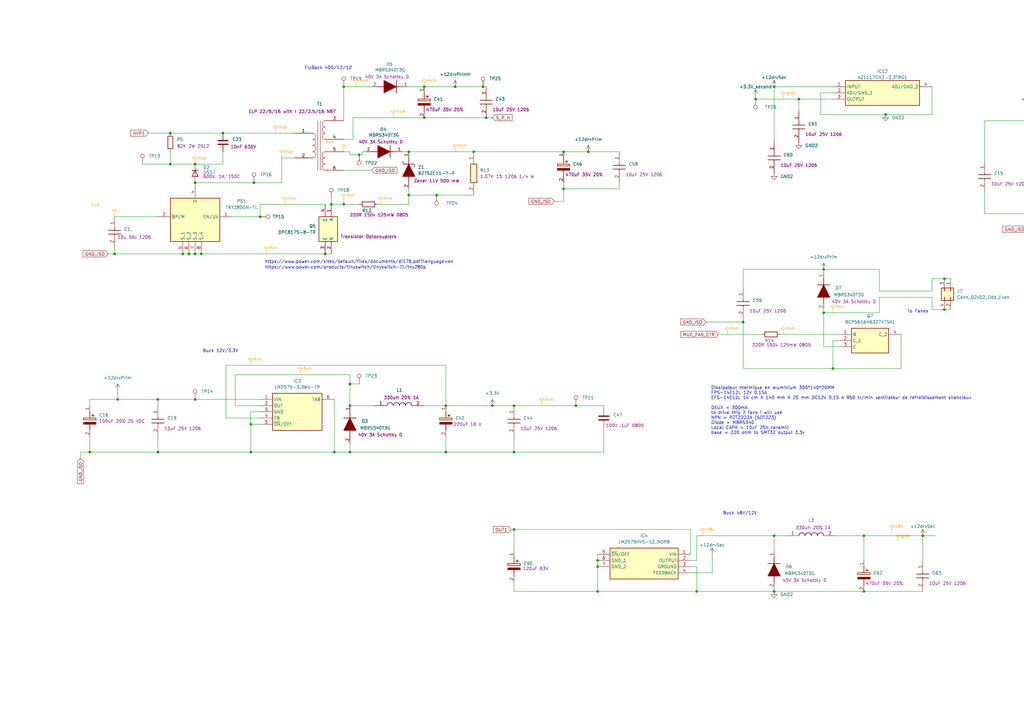
<source format=kicad_sch>
(kicad_sch (version 20250114) (generator "eeschema") (generator_version "9.0")
  (paper "A3")
  (text "Buck 12V/3.3V" (at 90.424 144.018 0) (effects (font (size 1.27 1.27))))
  (text "To Fanes\n" (at 376.428 127.762 0) (effects (font (size 1.27 1.27))))
  (text "Buck 48V/12V" (at 303.53 210.566 0) (effects (font (size 1.27 1.27))))
  (text "https://www.power.com/sites/default/files/documents/di176.pdf?language=en" (at 147.32 107.442 0) (effects (font (size 1.27 1.27))))
  (text "Dissipateur thermique en aluminium 300*140*20MM\nFPS-14E12L 12V 0.15A \nEFS-14E12L 14 cm X 140 mm X 25 mm DC12V 0,15 A 950 tr/min ventilateur de refroidissement silencieux\n\nDEUX = 300mA \nto drive this 2 fans i will use \nNPN = PZT2222A (SOT223)\nDiode = MBRS340\nLocal CAPA = 10uF 25V ceramic \nbase = 220 ohm to SMT32 output 3.3v " (at 291.592 168.402 0) (effects (font (size 1.27 1.27)) (justify left)))
  (text "https://www.power.com/products/tinyswitch/tinyswitch-iii/tny280p" (at 141.732 109.728 0) (effects (font (size 1.27 1.27))))
  (text "FlyBack 400/12/12" (at 134.62 27.94 0) (effects (font (size 1.27 1.27))))
  (junction (at 102.87 173.99))
  (junction (at 80.01 104.14))
  (junction (at 173.99 35.56))
  (junction (at 378.46 219.71))
  (junction (at 137.16 185.42))
  (junction (at 387.35 127))
  (junction (at 82.55 104.14))
  (junction (at 231.14 62.23))
  (junction (at 245.11 232.41))
  (junction (at 69.85 67.31))
  (junction (at 133.35 104.14))
  (junction (at 317.5 35.56))
  (junction (at 106.68 88.9))
  (junction (at 421.64 87.63))
  (junction (at 341.63 151.13))
  (junction (at 210.82 185.42))
  (junction (at 48.26 163.83))
  (junction (at 135.89 83.82))
  (junction (at 421.64 49.53))
  (junction (at 147.32 63.5))
  (junction (at 317.5 219.71))
  (junction (at 186.69 35.56))
  (junction (at 363.22 46.99))
  (junction (at 245.11 242.57))
  (junction (at 143.51 166.37))
  (junction (at 486.41 91.44))
  (junction (at 210.82 166.37))
  (junction (at 167.64 80.01))
  (junction (at 241.3 62.23))
  (junction (at 80.01 74.93))
  (junction (at 80.01 163.83))
  (junction (at 194.31 62.23))
  (junction (at 179.07 80.01))
  (junction (at 421.64 91.44))
  (junction (at 199.39 48.26))
  (junction (at 143.51 185.42))
  (junction (at 337.82 110.49))
  (junction (at 182.88 185.42))
  (junction (at 77.47 104.14))
  (junction (at 486.41 73.66))
  (junction (at 210.82 217.17))
  (junction (at 104.14 74.93))
  (junction (at 201.93 166.37))
  (junction (at 354.33 219.71))
  (junction (at 91.44 54.61))
  (junction (at 387.35 114.3))
  (junction (at 317.5 242.57))
  (junction (at 421.64 60.96))
  (junction (at 102.87 185.42))
  (junction (at 74.93 104.14))
  (junction (at 231.14 77.47))
  (junction (at 327.66 40.64))
  (junction (at 182.88 166.37))
  (junction (at 64.77 163.83))
  (junction (at 80.01 67.31))
  (junction (at 167.64 62.23))
  (junction (at 198.12 35.56))
  (junction (at 245.11 229.87))
  (junction (at 449.58 60.96))
  (junction (at 337.82 128.27))
  (junction (at 46.99 104.14))
  (junction (at 309.88 40.64))
  (junction (at 36.83 185.42))
  (junction (at 143.51 157.48))
  (junction (at 140.97 35.56))
  (junction (at 304.8 132.08))
  (junction (at 173.99 48.26))
  (junction (at 64.77 185.42))
  (junction (at 236.22 166.37))
  (junction (at 285.75 242.57))
  (junction (at 69.85 54.61))
  (junction (at 354.33 242.57))
  (junction (at 140.97 83.82))
  (wire (pts (xy 317.5 219.71) (xy 317.5 226.06)))
  (wire (pts (xy 167.64 80.01) (xy 167.64 77.47)))
  (wire (pts (xy 304.8 132.08) (xy 289.56 132.08)))
  (wire (pts (xy 148.59 62.23) (xy 148.59 63.5)))
  (wire (pts (xy 254 77.47) (xy 231.14 77.47)))
  (wire (pts (xy 64.77 185.42) (xy 64.77 179.07)))
  (wire (pts (xy 102.87 168.91) (xy 106.68 168.91)))
  (wire (pts (xy 209.55 217.17) (xy 210.82 217.17)))
  (wire (pts (xy 91.44 62.23) (xy 91.44 67.31)))
  (wire (pts (xy 36.83 163.83) (xy 48.26 163.83)))
  (wire (pts (xy 96.52 153.67) (xy 143.51 153.67)))
  (wire (pts (xy 179.07 80.01) (xy 167.64 80.01)))
  (wire (pts (xy 64.77 163.83) (xy 64.77 166.37)))
  (wire (pts (xy 91.44 54.61) (xy 120.65 54.61)))
  (wire (pts (xy 304.8 130.81) (xy 304.8 132.08)))
  (wire (pts (xy 403.86 87.63) (xy 421.64 87.63)))
  (wire (pts (xy 389.89 114.3) (xy 387.35 114.3)))
  (wire (pts (xy 179.07 80.01) (xy 194.31 80.01)))
  (wire (pts (xy 210.82 185.42) (xy 210.82 179.07)))
  (wire (pts (xy 285.75 229.87) (xy 283.21 229.87)))
  (wire (pts (xy 60.96 54.61) (xy 69.85 54.61)))
  (wire (pts (xy 144.78 57.15) (xy 144.78 48.26)))
  (wire (pts (xy 360.68 121.92) (xy 382.27 121.92)))
  (wire (pts (xy 382.27 121.92) (xy 382.27 127)))
  (wire (pts (xy 449.58 60.96) (xy 421.64 60.96)))
  (wire (pts (xy 382.27 127) (xy 387.35 127)))
  (wire (pts (xy 143.51 181.61) (xy 143.51 185.42)))
  (wire (pts (xy 317.5 242.57) (xy 354.33 242.57)))
  (wire (pts (xy 421.64 49.53) (xy 421.64 50.8)))
  (wire (pts (xy 210.82 166.37) (xy 236.22 166.37)))
  (wire (pts (xy 449.58 60.96) (xy 486.41 60.96)))
  (wire (pts (xy 421.64 93.98) (xy 421.64 91.44)))
  (wire (pts (xy 254 74.93) (xy 254 77.47)))
  (wire (pts (xy 210.82 217.17) (xy 283.21 217.17)))
  (wire (pts (xy 140.97 35.56) (xy 152.4 35.56)))
  (wire (pts (xy 154.94 83.82) (xy 167.64 83.82)))
  (wire (pts (xy 354.33 242.57) (xy 378.46 242.57)))
  (wire (pts (xy 285.75 232.41) (xy 285.75 242.57)))
  (wire (pts (xy 245.11 232.41) (xy 245.11 242.57)))
  (wire (pts (xy 102.87 173.99) (xy 102.87 185.42)))
  (wire (pts (xy 403.86 78.74) (xy 403.86 87.63)))
  (wire (pts (xy 36.83 185.42) (xy 64.77 185.42)))
  (wire (pts (xy 148.59 62.23) (xy 149.86 62.23)))
  (wire (pts (xy 133.35 104.14) (xy 135.89 104.14)))
  (wire (pts (xy 179.07 82.55) (xy 179.07 80.01)))
  (wire (pts (xy 336.55 38.1) (xy 341.63 38.1)))
  (wire (pts (xy 106.68 83.82) (xy 106.68 88.9)))
  (wire (pts (xy 231.14 62.23) (xy 241.3 62.23)))
  (wire (pts (xy 143.51 63.5) (xy 143.51 62.23)))
  (wire (pts (xy 304.8 110.49) (xy 304.8 118.11)))
  (wire (pts (xy 285.75 229.87) (xy 285.75 219.71)))
  (wire (pts (xy 421.64 60.96) (xy 421.64 58.42)))
  (wire (pts (xy 46.99 88.9) (xy 64.77 88.9)))
  (wire (pts (xy 403.86 49.53) (xy 403.86 66.04)))
  (wire (pts (xy 304.8 151.13) (xy 341.63 151.13)))
  (wire (pts (xy 143.51 153.67) (xy 143.51 157.48)))
  (wire (pts (xy 135.89 83.82) (xy 140.97 83.82)))
  (wire (pts (xy 210.82 185.42) (xy 247.65 185.42)))
  (wire (pts (xy 167.64 80.01) (xy 167.64 83.82)))
  (wire (pts (xy 46.99 101.6) (xy 46.99 104.14)))
  (wire (pts (xy 304.8 110.49) (xy 337.82 110.49)))
  (wire (pts (xy 115.57 64.77) (xy 120.65 64.77)))
  (wire (pts (xy 80.01 74.93) (xy 80.01 76.2)))
  (wire (pts (xy 182.88 185.42) (xy 182.88 179.07)))
  (wire (pts (xy 486.41 73.66) (xy 514.35 73.66)))
  (wire (pts (xy 283.21 217.17) (xy 283.21 227.33)))
  (wire (pts (xy 231.14 82.55) (xy 231.14 77.47)))
  (wire (pts (xy 421.64 45.72) (xy 421.64 49.53)))
  (wire (pts (xy 92.71 171.45) (xy 106.68 171.45)))
  (wire (pts (xy 106.68 166.37) (xy 96.52 166.37)))
  (wire (pts (xy 341.63 151.13) (xy 369.57 151.13)))
  (wire (pts (xy 33.02 185.42) (xy 36.83 185.42)))
  (wire (pts (xy 69.85 67.31) (xy 69.85 62.23)))
  (wire (pts (xy 360.68 128.27) (xy 360.68 121.92)))
  (wire (pts (xy 245.11 229.87) (xy 245.11 232.41)))
  (wire (pts (xy 283.21 234.95) (xy 292.1 234.95)))
  (wire (pts (xy 96.52 166.37) (xy 96.52 153.67)))
  (wire (pts (xy 309.88 40.64) (xy 327.66 40.64)))
  (wire (pts (xy 360.68 119.38) (xy 382.27 119.38)))
  (wire (pts (xy 337.82 142.24) (xy 344.17 142.24)))
  (wire (pts (xy 69.85 67.31) (xy 80.01 67.31)))
  (wire (pts (xy 74.93 104.14) (xy 77.47 104.14)))
  (wire (pts (xy 167.64 35.56) (xy 173.99 35.56)))
  (wire (pts (xy 317.5 35.56) (xy 317.5 58.42)))
  (wire (pts (xy 342.9 219.71) (xy 354.33 219.71)))
  (wire (pts (xy 360.68 110.49) (xy 360.68 119.38)))
  (wire (pts (xy 77.47 104.14) (xy 80.01 104.14)))
  (wire (pts (xy 173.99 48.26) (xy 199.39 48.26)))
  (wire (pts (xy 294.64 137.16) (xy 312.42 137.16)))
  (wire (pts (xy 106.68 83.82) (xy 133.35 83.82)))
  (wire (pts (xy 48.26 160.02) (xy 48.26 163.83)))
  (wire (pts (xy 64.77 185.42) (xy 102.87 185.42)))
  (wire (pts (xy 449.58 57.15) (xy 449.58 60.96)))
  (wire (pts (xy 247.65 167.64) (xy 247.65 166.37)))
  (wire (pts (xy 186.69 35.56) (xy 198.12 35.56)))
  (wire (pts (xy 140.97 35.56) (xy 140.97 49.53)))
  (wire (pts (xy 421.64 91.44) (xy 486.41 91.44)))
  (wire (pts (xy 378.46 219.71) (xy 378.46 229.87)))
  (wire (pts (xy 354.33 219.71) (xy 354.33 229.87)))
  (wire (pts (xy 201.93 166.37) (xy 210.82 166.37)))
  (wire (pts (xy 104.14 74.93) (xy 115.57 74.93)))
  (wire (pts (xy 140.97 57.15) (xy 144.78 57.15)))
  (wire (pts (xy 115.57 64.77) (xy 115.57 74.93)))
  (wire (pts (xy 137.16 185.42) (xy 143.51 185.42)))
  (wire (pts (xy 236.22 166.37) (xy 247.65 166.37)))
  (wire (pts (xy 140.97 82.55) (xy 140.97 83.82)))
  (wire (pts (xy 182.88 149.86) (xy 182.88 166.37)))
  (wire (pts (xy 337.82 128.27) (xy 337.82 142.24)))
  (wire (pts (xy 182.88 185.42) (xy 210.82 185.42)))
  (wire (pts (xy 143.51 157.48) (xy 143.51 166.37)))
  (wire (pts (xy 421.64 87.63) (xy 421.64 91.44)))
  (wire (pts (xy 102.87 185.42) (xy 137.16 185.42)))
  (wire (pts (xy 140.97 62.23) (xy 143.51 62.23)))
  (wire (pts (xy 137.16 163.83) (xy 137.16 185.42)))
  (wire (pts (xy 486.41 73.66) (xy 486.41 78.74)))
  (wire (pts (xy 241.3 62.23) (xy 254 62.23)))
  (wire (pts (xy 102.87 168.91) (xy 102.87 173.99)))
  (wire (pts (xy 92.71 149.86) (xy 182.88 149.86)))
  (wire (pts (xy 363.22 46.99) (xy 336.55 46.99)))
  (wire (pts (xy 320.04 137.16) (xy 344.17 137.16)))
  (wire (pts (xy 36.83 185.42) (xy 36.83 179.07)))
  (wire (pts (xy 148.59 63.5) (xy 147.32 63.5)))
  (wire (pts (xy 317.5 35.56) (xy 341.63 35.56)))
  (wire (pts (xy 421.64 60.96) (xy 421.64 74.93)))
  (wire (pts (xy 245.11 242.57) (xy 285.75 242.57)))
  (wire (pts (xy 317.5 219.71) (xy 322.58 219.71)))
  (wire (pts (xy 337.82 110.49) (xy 360.68 110.49)))
  (wire (pts (xy 382.27 114.3) (xy 382.27 119.38)))
  (wire (pts (xy 421.64 49.53) (xy 449.58 49.53)))
  (wire (pts (xy 143.51 157.48) (xy 147.32 157.48)))
  (wire (pts (xy 165.1 62.23) (xy 167.64 62.23)))
  (wire (pts (xy 285.75 219.71) (xy 317.5 219.71)))
  (wire (pts (xy 247.65 175.26) (xy 247.65 185.42)))
  (wire (pts (xy 58.42 67.31) (xy 69.85 67.31)))
  (wire (pts (xy 337.82 110.49) (xy 337.82 111.76)))
  (wire (pts (xy 80.01 67.31) (xy 91.44 67.31)))
  (wire (pts (xy 317.5 241.3) (xy 317.5 242.57)))
  (wire (pts (xy 69.85 54.61) (xy 91.44 54.61)))
  (wire (pts (xy 198.12 35.56) (xy 199.39 35.56)))
  (wire (pts (xy 231.14 77.47) (xy 231.14 74.93)))
  (wire (pts (xy 369.57 137.16) (xy 369.57 151.13)))
  (wire (pts (xy 327.66 40.64) (xy 327.66 45.72)))
  (wire (pts (xy 425.45 74.93) (xy 421.64 74.93)))
  (wire (pts (xy 135.89 81.28) (xy 135.89 83.82)))
  (wire (pts (xy 173.99 166.37) (xy 182.88 166.37)))
  (wire (pts (xy 80.01 74.93) (xy 104.14 74.93)))
  (wire (pts (xy 327.66 40.64) (xy 341.63 40.64)))
  (wire (pts (xy 210.82 217.17) (xy 210.82 226.06)))
  (wire (pts (xy 421.64 77.47) (xy 421.64 87.63)))
  (wire (pts (xy 378.46 219.71) (xy 383.54 219.71)))
  (wire (pts (xy 285.75 242.57) (xy 317.5 242.57)))
  (wire (pts (xy 382.27 35.56) (xy 382.27 46.99)))
  (wire (pts (xy 147.32 63.5) (xy 143.51 63.5)))
  (wire (pts (xy 245.11 227.33) (xy 245.11 229.87)))
  (wire (pts (xy 82.55 104.14) (xy 133.35 104.14)))
  (wire (pts (xy 227.33 82.55) (xy 231.14 82.55)))
  (wire (pts (xy 341.63 139.7) (xy 341.63 151.13)))
  (wire (pts (xy 486.41 91.44) (xy 514.35 91.44)))
  (wire (pts (xy 421.64 49.53) (xy 403.86 49.53)))
  (wire (pts (xy 292.1 227.33) (xy 292.1 234.95)))
  (wire (pts (xy 140.97 83.82) (xy 147.32 83.82)))
  (wire (pts (xy 336.55 46.99) (xy 336.55 38.1)))
  (wire (pts (xy 387.35 114.3) (xy 382.27 114.3)))
  (wire (pts (xy 337.82 127) (xy 337.82 128.27)))
  (wire (pts (xy 80.01 163.83) (xy 64.77 163.83)))
  (wire (pts (xy 36.83 163.83) (xy 36.83 166.37)))
  (wire (pts (xy 33.02 187.96) (xy 33.02 185.42)))
  (wire (pts (xy 48.26 163.83) (xy 64.77 163.83)))
  (wire (pts (xy 140.97 69.85) (xy 152.4 69.85)))
  (wire (pts (xy 106.68 163.83) (xy 80.01 163.83)))
  (wire (pts (xy 44.45 104.14) (xy 46.99 104.14)))
  (wire (pts (xy 210.82 242.57) (xy 245.11 242.57)))
  (wire (pts (xy 80.01 104.14) (xy 82.55 104.14)))
  (wire (pts (xy 173.99 35.56) (xy 186.69 35.56)))
  (wire (pts (xy 106.68 88.9) (xy 95.25 88.9)))
  (wire (pts (xy 354.33 219.71) (xy 378.46 219.71)))
  (wire (pts (xy 210.82 238.76) (xy 210.82 242.57)))
  (wire (pts (xy 421.64 77.47) (xy 425.45 77.47)))
  (wire (pts (xy 144.78 48.26) (xy 173.99 48.26)))
  (wire (pts (xy 283.21 232.41) (xy 285.75 232.41)))
  (wire (pts (xy 182.88 166.37) (xy 201.93 166.37)))
  (wire (pts (xy 92.71 149.86) (xy 92.71 171.45)))
  (wire (pts (xy 304.8 132.08) (xy 304.8 151.13)))
  (wire (pts (xy 46.99 104.14) (xy 74.93 104.14)))
  (wire (pts (xy 309.88 40.64) (xy 309.88 39.37)))
  (wire (pts (xy 143.51 166.37) (xy 153.67 166.37)))
  (wire (pts (xy 486.41 60.96) (xy 486.41 73.66)))
  (wire (pts (xy 341.63 139.7) (xy 344.17 139.7)))
  (wire (pts (xy 194.31 62.23) (xy 231.14 62.23)))
  (wire (pts (xy 382.27 46.99) (xy 363.22 46.99)))
  (wire (pts (xy 199.39 48.26) (xy 201.93 48.26)))
  (wire (pts (xy 337.82 128.27) (xy 360.68 128.27)))
  (wire (pts (xy 387.35 127) (xy 389.89 127)))
  (wire (pts (xy 102.87 173.99) (xy 106.68 173.99)))
  (wire (pts (xy 167.64 62.23) (xy 194.31 62.23)))
  (wire (pts (xy 143.51 185.42) (xy 182.88 185.42)))
  (global_label "OUT1" (shape input) (at 209.55 217.17 180) (property "Intersheetrefs" "${INTERSHEET_REFS}" (effects (hide yes))))
  (global_label "HVP1" (shape input) (at 60.96 54.61 180) (property "Intersheetrefs" "${INTERSHEET_REFS}" (effects (hide yes))))
  (global_label "MUC_FAN_CTR" (shape input) (at 294.64 137.16 180) (property "Intersheetrefs" "${INTERSHEET_REFS}" (effects (hide yes))))
  (global_label "GND_ISO" (shape input) (at 289.56 132.08 180) (property "Intersheetrefs" "${INTERSHEET_REFS}" (effects (hide yes))))
  (global_label "GND_ISO" (shape input) (at 33.02 187.96 270) (property "Intersheetrefs" "${INTERSHEET_REFS}" (effects (hide yes))))
  (global_label "GND_ISO" (shape input) (at 227.33 82.55 180) (property "Intersheetrefs" "${INTERSHEET_REFS}" (effects (hide yes))))
  (global_label "GND_ISO" (shape input) (at 421.64 93.98 180) (property "Intersheetrefs" "${INTERSHEET_REFS}" (effects (hide yes))))
  (global_label "S_P_H" (shape input) (at 201.93 48.26 0) (property "Intersheetrefs" "${INTERSHEET_REFS}" (effects (hide yes))))
  (global_label "GND_ISO" (shape input) (at 44.45 104.14 180) (property "Intersheetrefs" "${INTERSHEET_REFS}" (effects (hide yes))))
  (global_label "GND_ISO" (shape input) (at 152.4 69.85 0) (property "Intersheetrefs" "${INTERSHEET_REFS}" (effects (hide yes))))
  (netclass_flag "" (length 2.54) (shape diamond) (at 368.3 222.25 0) (property "Netclass" "gnd" (at 369.5065 219.71 0) (effects (justify left))))
  (netclass_flag "" (length 2.54) (shape diamond) (at 288.29 219.71 0) (property "Netclass" "48v" (at 289.4965 217.17 0) (effects (justify left))))
  (netclass_flag "" (length 2.54) (shape diamond) (at 109.22 104.14 0) (property "Netclass" "hvn" (at 110.4265 101.6 0) (effects (justify left))))
  (netclass_flag "" (length 2.54) (shape diamond) (at 478.79 60.96 0) (property "Netclass" "hvn" (at 479.9965 58.42 0) (effects (justify left))))
  (netclass_flag "" (length 2.54) (shape diamond) (at 161.29 48.26 0) (property "Netclass" "hvm" (at 162.4965 45.72 0) (effects (justify left))))
  (netclass_flag "" (length 2.54) (shape diamond) (at 298.45 137.16 0) (property "Netclass" "hvn" (at 299.6565 134.62 0) (effects (justify left))))
  (netclass_flag "" (length 2.54) (shape diamond) (at 113.03 54.61 0) (property "Netclass" "hvp" (at 114.2365 52.07 0) (effects (justify left))))
  (netclass_flag "" (length 2.54) (shape diamond) (at 321.31 40.64 0) (property "Netclass" "gnd" (at 322.5165 38.1 0) (effects (justify left))))
  (netclass_flag "" (length 2.54) (shape diamond) (at 123.19 153.67 0) (property "Netclass" "hvn" (at 124.3965 151.13 0) (effects (justify left))))
  (netclass_flag "" (length 2.54) (shape diamond) (at 173.99 35.56 0) (property "Netclass" "hvm" (at 175.1965 33.02 0) (effects (justify left))))
  (netclass_flag "" (length 2.54) (shape diamond) (at 102.87 149.86 0) (property "Netclass" "hvn" (at 104.0765 147.32 0) (effects (justify left))))
  (netclass_flag "" (length 2.54) (shape diamond) (at 222.25 166.37 0) (property "Netclass" "hvn" (at 223.4565 163.83 0) (effects (justify left))))
  (netclass_flag "" (length 2.54) (shape diamond) (at 140.97 82.55 0) (property "Netclass" "hvn" (at 142.1765 80.01 0) (effects (justify left))))
  (netclass_flag "" (length 2.54) (shape diamond) (at 146.05 35.56 0) (property "Netclass" "hvm" (at 147.2565 33.02 0) (effects (justify left))))
  (netclass_flag "" (length 2.54) (shape diamond) (at 80.01 67.31 0) (property "Netclass" "hvp" (at 81.2165 64.77 0) (effects (justify left))))
  (netclass_flag "" (length 2.54) (shape diamond) (at 156.21 83.82 0) (property "Netclass" "hvn" (at 157.4165 81.28 0) (effects (justify left))))
  (netclass_flag "" (length 2.54) (shape diamond) (at 341.63 128.27 0) (property "Netclass" "hvn" (at 342.8365 125.73 0) (effects (justify left))))
  (netclass_flag "" (length 2.54) (shape diamond) (at 321.31 137.16 0) (property "Netclass" "hvn" (at 322.5165 134.62 0) (effects (justify left))))
  (netclass_flag "" (length 2.54) (shape diamond) (at 46.99 88.9 0) (property "Netclass" "hvn" (at 37.338 84.074 0) (effects (justify left))))
  (netclass_flag "" (length 2.54) (shape diamond) (at 186.69 62.23 0) (property "Netclass" "hvn" (at 187.8965 59.69 0) (effects (justify left))))
  (netclass_flag "" (length 2.54) (shape diamond) (at 116.84 83.82 0) (property "Netclass" "hvn" (at 118.0465 81.28 0) (effects (justify left))))
  (netclass_flag "" (length 2.54) (shape diamond) (at 140.97 62.23 0) (property "Netclass" "hvn" (at 133.604 58.166 0) (effects (justify left))))
  (netclass_flag "" (length 2.54) (shape diamond) (at 365.76 218.44 0) (property "Netclass" "48v" (at 366.9665 215.9 0) (effects (justify left))))
  (netclass_flag "" (length 2.54) (shape diamond) (at 115.57 64.77 0) (property "Netclass" "hvp" (at 116.7765 62.23 0) (effects (justify left))))
  (symbol (lib_id "power:GND2") (at 317.5 242.57 0) (unit 1)
    (property "Reference" "#PWR030" (effects (hide yes)))
    (property "Value" "GND2" (at 320.04 243.8399 0) (effects (justify left)))
    (property "Description" "Power symbol creates a global label with name \"GND2\" , ground" (effects (hide yes)))
  )
  (symbol (lib_id "Connector:TestPoint") (at 236.22 166.37 0) (unit 1)
    (property "Reference" "TP11" (at 238.76 163.0679 0) (effects (justify left)))
    (property "Value" "TestPoint" (effects (hide yes)))
    (property "Footprint" "TestPoint:TestPoint_Pad_D1.0mm" (effects (hide yes)))
    (property "Description" "test point" (effects (hide yes)))
  )
  (symbol (lib_id "AZ1117CH2-3_3TRG1:AZ1117CH2-3.3TRG1") (at 341.63 35.56 0) (unit 1)
    (property "Reference" "IC12" (at 361.95 29.21 0))
    (property "Value" "AZ1117CH2-3.3TRG1" (at 361.95 31.75 0))
    (property "Footprint" "SOT230P700X180-4N" (effects (hide yes)))
    (property "Datasheet" "https://www.diodes.com//assets/Datasheets/AZ1117C.pdf" (effects (hide yes)))
    (property "Description" "LDO Voltage Regulators LDO BJT HiCurr SOT223 T&R 4K" (effects (hide yes)))
    (property "Height" "1.8" (effects (hide yes)))
    (property "Mouser Part Number" "621-AZ1117CH2-33TRG1" (effects (hide yes)))
    (property "Mouser Price/Stock" "https://www.mouser.co.uk/ProductDetail/Diodes-Incorporated/AZ1117CH2-3.3TRG1?qs=lQAVKuKFhkLc7jCxso2G3w%3D%3D" (effects (hide yes)))
    (property "Manufacturer_Name" "Diodes Incorporated" (effects (hide yes)))
    (property "Manufacturer_Part_Number" "AZ1117CH2-3.3TRG1" (effects (hide yes)))
  )
  (symbol (lib_id "power:+5V") (at 201.93 166.37 0) (unit 1)
    (property "Reference" "#PWR019" (effects (hide yes)))
    (property "Value" "+3.3V" (at 201.93 161.29 0))
    (property "Description" "Power symbol creates a global label with name \"+5V\"" (effects (hide yes)))
  )
  (symbol (lib_id "BZT52C11-7-F:BZT52C11-7-F") (at 167.64 62.23 270) (unit 1)
    (property "Reference" "Z1" (at 171.45 68.5799 90) (effects (justify left)))
    (property "Value" "BZT52C11-7-F" (at 171.45 71.1199 90) (effects (justify left)))
    (property "Footprint" "BZT52C11-7-F:SOD3716X145N" (effects (hide yes)))
    (property "Datasheet" "https://www.diodes.com//assets/Datasheets/ds18004.pdf" (effects (hide yes)))
    (property "Description" "Zener 11V 500 mW" (at 179.07 74.168 90))
    (property "Height" "1.45" (effects (hide yes)))
    (property "Mouser Part Number" "621-BZT52C11-F" (effects (hide yes)))
    (property "Mouser Price/Stock" "https://www.mouser.co.uk/ProductDetail/Diodes-Incorporated/BZT52C11-7-F?qs=NCeJV9s1cFlH%2FmA72UzX4g%3D%3D" (effects (hide yes)))
    (property "Manufacturer_Name" "Diodes Incorporated" (effects (hide yes)))
    (property "Manufacturer_Part_Number" "BZT52C11-7-F" (effects (hide yes)))
  )
  (symbol (lib_id "LM4040AIM3-10_0_NOPB:LM4040AIM3-10.0_NOPB") (at 425.45 74.93 0) (unit 1)
    (property "Reference" "IC13" (at 436.88 67.31 0))
    (property "Value" "LM4040AIM3-2.0" (at 436.88 69.85 0))
    (property "Footprint" "LM4040AIM3-10.0_NOPB:SOT95P237X112-3N" (effects (hide yes)))
    (property "Datasheet" "https://www.ti.com/lit/ds/symlink/lm4040c25-ep.pdf?ts=1759651217948&ref_url=https%253A%252F%252Fwww.ti.com%252Fproduct%252FLM4040C25-EP%253Futm_source%253Dgoogle%2526utm_medium%253Dcpc%2526utm_campaign%253Dapp-lp-null-44700045336317554_prodfolderdynamic-cpc-pf-google-eu_en_int%2526utm_content%253Dprodfolddynamic%2526ds_k%253DDYNAMIC+SEARCH+ADS%2526DCM%253Dyes%2526gclsrc%253Daw.ds%2526gad_source%253D1%2526gad_campaignid%253D8849308695" (effects (hide yes)))
    (property "Description" "PRECISION MICROPOWER SHUNT VOLTAGE REFERENCE 2.5v" (effects (hide yes)))
    (property "Manufacturer_Name" "Texas Instruments" (effects (hide yes)))
  )
  (symbol (lib_id "GRM31CR71E106KA12K:GRM31CR71E106KA12K") (at 199.39 35.56 270) (unit 1)
    (property "Reference" "C43" (at 203.2 40.6399 90) (effects (justify left)))
    (property "Value" "GRM31CR71E106KA12K" (effects (hide yes)))
    (property "Footprint" "GRM31CR71E106KA12K:GRM31x" (effects (hide yes)))
    (property "Datasheet" "https://search.murata.co.jp/Ceramy/image/img/A01X/G101/ENG/GRM31CR71E106KA12-01CA.pdf" (effects (hide yes)))
    (property "Description" "10uF 25V 1206" (at 209.55 44.958 90))
    (property "Height" "1.25" (effects (hide yes)))
    (property "Mouser Part Number" "81-GRM31CR71E106KA2K" (effects (hide yes)))
    (property "Mouser Price/Stock" "https://www.mouser.co.uk/ProductDetail/Murata-Electronics/GRM31CR71E106KA12K?qs=raY79WRVTyM6xGVExNjdaw%3D%3D" (effects (hide yes)))
    (property "Manufacturer_Name" "Murata Electronics" (effects (hide yes)))
    (property "Manufacturer_Part_Number" "GRM31CR71E106KA12K" (effects (hide yes)))
  )
  (symbol (lib_id "Connector:TestPoint") (at 147.32 63.5 0) (mirror x) (unit 1)
    (property "Reference" "TP22" (at 149.86 66.8021 0) (effects (justify left)))
    (property "Value" "TestPoint" (effects (hide yes)))
    (property "Footprint" "TestPoint:TestPoint_Pad_D1.0mm" (effects (hide yes)))
    (property "Description" "test point" (effects (hide yes)))
  )
  (symbol (lib_id "GRM31CR71E106KA12K:GRM31CR71E106KA12K") (at 317.5 58.42 270) (unit 1)
    (property "Reference" "C60" (at 321.31 63.4999 90) (effects (justify left)))
    (property "Value" "GRM31CR71E106KA12K" (effects (hide yes)))
    (property "Footprint" "GRM31CR71E106KA12K:GRM31x" (effects (hide yes)))
    (property "Datasheet" "https://search.murata.co.jp/Ceramy/image/img/A01X/G101/ENG/GRM31CR71E106KA12-01CA.pdf" (effects (hide yes)))
    (property "Description" "10uF 25V 1206" (at 327.66 67.818 90))
    (property "Height" "1.25" (effects (hide yes)))
    (property "Mouser Part Number" "81-GRM31CR71E106KA2K" (effects (hide yes)))
    (property "Mouser Price/Stock" "https://www.mouser.co.uk/ProductDetail/Murata-Electronics/GRM31CR71E106KA12K?qs=raY79WRVTyM6xGVExNjdaw%3D%3D" (effects (hide yes)))
    (property "Manufacturer_Name" "Murata Electronics" (effects (hide yes)))
    (property "Manufacturer_Part_Number" "GRM31CR71E106KA12K" (effects (hide yes)))
  )
  (symbol (lib_id "GRM31CR71E106KA12K:GRM31CR71E106KA12K") (at 327.66 45.72 270) (unit 1)
    (property "Reference" "C61" (at 331.47 50.7999 90) (effects (justify left)))
    (property "Value" "GRM31CR71E106KA12K" (effects (hide yes)))
    (property "Footprint" "GRM31CR71E106KA12K:GRM31x" (effects (hide yes)))
    (property "Datasheet" "https://search.murata.co.jp/Ceramy/image/img/A01X/G101/ENG/GRM31CR71E106KA12-01CA.pdf" (effects (hide yes)))
    (property "Description" "10uF 25V 1206" (at 337.82 55.118 90))
    (property "Height" "1.25" (effects (hide yes)))
    (property "Mouser Part Number" "81-GRM31CR71E106KA2K" (effects (hide yes)))
    (property "Mouser Price/Stock" "https://www.mouser.co.uk/ProductDetail/Murata-Electronics/GRM31CR71E106KA12K?qs=raY79WRVTyM6xGVExNjdaw%3D%3D" (effects (hide yes)))
    (property "Manufacturer_Name" "Murata Electronics" (effects (hide yes)))
    (property "Manufacturer_Part_Number" "GRM31CR71E106KA12K" (effects (hide yes)))
  )
  (symbol (lib_id "EEV-FK1V471Q:EEV-FK1V471Q") (at 173.99 35.56 270) (unit 1)
    (property "Reference" "C41" (at 177.8 40.6399 90) (effects (justify left)))
    (property "Value" "EEV-FK1V471Q" (effects (hide yes)))
    (property "Footprint" "EEV-FK1V471Q:EEEFK0J332AQ" (effects (hide yes)))
    (property "Datasheet" "http://industrial.panasonic.com/cdbs/www-data/pdf/RDE0000/ABA0000C1181.pdf" (effects (hide yes)))
    (property "Description" "470uF 35V 20%" (at 182.372 44.958 90))
    (property "Height" "15" (effects (hide yes)))
    (property "Mouser Part Number" "667-EEV-FK1V471Q" (effects (hide yes)))
    (property "Mouser Price/Stock" "https://www.mouser.co.uk/ProductDetail/Panasonic/EEV-FK1V471Q?qs=f%252BPvLx1Hi0nmPvz1q5bc1Q%3D%3D" (effects (hide yes)))
    (property "Manufacturer_Name" "Panasonic" (effects (hide yes)))
    (property "Manufacturer_Part_Number" "EEV-FK1V471Q" (effects (hide yes)))
    (property "Field10" "Cap Aluminum Lytic 470uF 35V 20% (12.5 X 13.5mm) SMD 0.06 Ohm 1100mA 2000h 105C Automotive T/R" (effects (hide yes)))
  )
  (symbol (lib_id "MBRS340T3G:MBRS340T3G") (at 337.82 111.76 90) (mirror x) (unit 1)
    (property "Reference" "D7" (at 343.916 118.11 90))
    (property "Value" "MBRS340T3G" (at 348.234 120.904 90))
    (property "Footprint" "MBRS340T3G:DIOM8059X261N" (effects (hide yes)))
    (property "Datasheet" "https://www.onsemi.com/pub/Collateral/MBRS340T3-D.PDF" (effects (hide yes)))
    (property "Description" "40V 3A Schottky D" (at 350.266 123.698 90))
    (property "Height" "2.61" (effects (hide yes)))
    (property "Mouser Part Number" "863-MBRS340T3G" (effects (hide yes)))
    (property "Mouser Price/Stock" "https://www.mouser.co.uk/ProductDetail/onsemi/MBRS340T3G?qs=3JMERSakeboCr3wxBgfY3w%3D%3D" (effects (hide yes)))
    (property "Manufacturer_Name" "onsemi" (effects (hide yes)))
    (property "Manufacturer_Part_Number" "MBRS340T3G" (effects (hide yes)))
  )
  (symbol (lib_id "Connector:TestPoint") (at 147.32 157.48 0) (unit 1)
    (property "Reference" "TP23" (at 149.86 154.1779 0) (effects (justify left)))
    (property "Value" "TestPoint" (effects (hide yes)))
    (property "Footprint" "TestPoint:TestPoint_Pad_D1.0mm" (effects (hide yes)))
    (property "Description" "test point" (effects (hide yes)))
  )
  (symbol (lib_id "Connector_Generic:Conn_02x02_Odd_Even") (at 389.89 119.38 270) (unit 1)
    (property "Reference" "J7" (at 392.43 119.3799 90) (effects (justify left)))
    (property "Value" "Conn_02x02_Odd_Even" (at 392.43 121.9199 90) (effects (justify left)))
    (property "Footprint" "Connector_PinHeader_2.54mm:PinHeader_2x02_P2.54mm_Vertical_SMD" (effects (hide yes)))
    (property "Description" "Generic connector, double row, 02x02, odd/even pin numbering scheme (row 1 odd numbers, row 2 even numbers), script generated (kicad-library-utils/schlib/autogen/connector/)" (effects (hide yes)))
  )
  (symbol (lib_id "Connector:TestPoint") (at 104.14 74.93 0) (unit 1)
    (property "Reference" "TP16" (at 106.68 71.6279 0) (effects (justify left)))
    (property "Value" "TestPoint" (effects (hide yes)))
    (property "Footprint" "TestPoint:TestPoint_Pad_D1.0mm" (effects (hide yes)))
    (property "Description" "test point" (effects (hide yes)))
  )
  (symbol (lib_id "Device:R") (at 69.85 58.42 0) (unit 1)
    (property "Reference" "R5" (at 72.39 57.1499 0) (effects (justify left)))
    (property "Value" "9-2176070-5" (effects (hide yes)))
    (property "Footprint" "Resistor_SMD:R_2512_6332Metric" (effects (hide yes)))
    (property "Datasheet" "https://www.te.com/commerce/DocumentDelivery/DDEController?Action=srchrtrv&DocNm=2176070&DocType=Customer+Drawing&DocLang=English&PartCntxt=9-2176070-5&DocFormat=pdf" (effects (hide yes)))
    (property "Description" "82K 2W 2512" (at 79.248 59.944 0))
    (property "Mouser Part Number" "9-2176070-5" (effects (hide yes)))
    (property "Manufacturer_Name" "TE Connectivity / P&B" (effects (hide yes)))
    (property "Manufacturer_Part_Number " "571-9-2176070-5" (effects (hide yes)))
  )
  (symbol (lib_id "GRM31CR71E106KA12K:GRM31CR71E106KA12K") (at 210.82 166.37 270) (unit 1)
    (property "Reference" "C44" (at 214.63 171.4499 90) (effects (justify left)))
    (property "Value" "GRM31CR71E106KA12K" (effects (hide yes)))
    (property "Footprint" "GRM31CR71E106KA12K:GRM31x" (effects (hide yes)))
    (property "Datasheet" "https://search.murata.co.jp/Ceramy/image/img/A01X/G101/ENG/GRM31CR71E106KA12-01CA.pdf" (effects (hide yes)))
    (property "Description" "10uF 25V 1206" (at 220.98 175.768 90))
    (property "Height" "1.25" (effects (hide yes)))
    (property "Mouser Part Number" "81-GRM31CR71E106KA2K" (effects (hide yes)))
    (property "Mouser Price/Stock" "https://www.mouser.co.uk/ProductDetail/Murata-Electronics/GRM31CR71E106KA12K?qs=raY79WRVTyM6xGVExNjdaw%3D%3D" (effects (hide yes)))
    (property "Manufacturer_Name" "Murata Electronics" (effects (hide yes)))
    (property "Manufacturer_Part_Number" "GRM31CR71E106KA12K" (effects (hide yes)))
  )
  (symbol (lib_id "GRM31CR71E106KA12K:GRM31CR71E106KA12K") (at 403.86 66.04 270) (unit 1)
    (property "Reference" "C15" (at 407.67 71.1199 90) (effects (justify left)))
    (property "Value" "GRM31CR71E106KA12K" (effects (hide yes)))
    (property "Footprint" "GRM31CR71E106KA12K:GRM31x" (effects (hide yes)))
    (property "Datasheet" "https://search.murata.co.jp/Ceramy/image/img/A01X/G101/ENG/GRM31CR71E106KA12-01CA.pdf" (effects (hide yes)))
    (property "Description" "10uF 25V 1206" (at 414.02 75.438 90))
    (property "Height" "1.25" (effects (hide yes)))
    (property "Mouser Part Number" "81-GRM31CR71E106KA2K" (effects (hide yes)))
    (property "Mouser Price/Stock" "https://www.mouser.co.uk/ProductDetail/Murata-Electronics/GRM31CR71E106KA12K?qs=raY79WRVTyM6xGVExNjdaw%3D%3D" (effects (hide yes)))
    (property "Manufacturer_Name" "Murata Electronics" (effects (hide yes)))
    (property "Manufacturer_Part_Number" "GRM31CR71E106KA12K" (effects (hide yes)))
  )
  (symbol (lib_id "EEV-FK1V471Q:EEV-FK1V471Q") (at 354.33 229.87 270) (unit 1)
    (property "Reference" "C62" (at 358.14 234.9499 90) (effects (justify left)))
    (property "Value" "EEV-FK1V471Q" (effects (hide yes)))
    (property "Footprint" "EEV-FK1V471Q:EEEFK0J332AQ" (effects (hide yes)))
    (property "Datasheet" "http://industrial.panasonic.com/cdbs/www-data/pdf/RDE0000/ABA0000C1181.pdf" (effects (hide yes)))
    (property "Description" "470uF 35V 20%" (at 362.712 239.268 90))
    (property "Height" "15" (effects (hide yes)))
    (property "Mouser Part Number" "667-EEV-FK1V471Q" (effects (hide yes)))
    (property "Mouser Price/Stock" "https://www.mouser.co.uk/ProductDetail/Panasonic/EEV-FK1V471Q?qs=f%252BPvLx1Hi0nmPvz1q5bc1Q%3D%3D" (effects (hide yes)))
    (property "Manufacturer_Name" "Panasonic" (effects (hide yes)))
    (property "Manufacturer_Part_Number" "EEV-FK1V471Q" (effects (hide yes)))
    (property "Field10" "Cap Aluminum Lytic 470uF 35V 20% (12.5 X 13.5mm) SMD 0.06 Ohm 1100mA 2000h 105C Automotive T/R" (effects (hide yes)))
  )
  (symbol (lib_id "power:GND2") (at 363.22 46.99 0) (unit 1)
    (property "Reference" "#PWR038" (effects (hide yes)))
    (property "Value" "GND2" (at 365.76 48.2599 0) (effects (justify left)))
    (property "Description" "Power symbol creates a global label with name \"GND2\" , ground" (effects (hide yes)))
  )
  (symbol (lib_id "power:+12V") (at 48.26 160.02 0) (unit 1)
    (property "Reference" "#PWR04" (effects (hide yes)))
    (property "Value" "+12drvPrim" (at 48.26 154.94 0))
    (property "Description" "Power symbol creates a global label with name \"+12V\"" (effects (hide yes)))
  )
  (symbol (lib_id "power:+12V") (at 378.46 219.71 0) (unit 1)
    (property "Reference" "#PWR041" (effects (hide yes)))
    (property "Value" "+12drvSec" (at 378.46 215.9 0))
    (property "Description" "Power symbol creates a global label with name \"+12V\"" (effects (hide yes)))
  )
  (symbol (lib_id "power:+12V") (at 292.1 227.33 0) (unit 1)
    (property "Reference" "#PWR022" (effects (hide yes)))
    (property "Value" "+12drvSec" (at 292.1 223.52 0))
    (property "Description" "Power symbol creates a global label with name \"+12V\"" (effects (hide yes)))
  )
  (symbol (lib_id "power:GND2") (at 317.5 71.12 0) (unit 1)
    (property "Reference" "#PWR029" (effects (hide yes)))
    (property "Value" "GND2" (at 320.04 72.3899 0) (effects (justify left)))
    (property "Description" "Power symbol creates a global label with name \"GND2\" , ground" (effects (hide yes)))
  )
  (symbol (lib_id "Device:C") (at 247.65 171.45 0) (unit 1)
    (property "Reference" "C47" (at 251.46 170.1799 0) (effects (justify left)))
    (property "Value" "SH21B104K101CT" (effects (hide yes)))
    (property "Footprint" "Capacitor_SMD:C_0805_2012Metric" (effects (hide yes)))
    (property "Datasheet" "https://www.mouser.fr/datasheet/3/317/1/WTC_MLCC_Soft_term_SH.pdf" (effects (hide yes)))
    (property "Description" "100V .1uF 0805" (at 256.286 174.498 0))
    (property "Manufacturer_Name" "Walsin" (effects (hide yes)))
    (property "Manufacturer_Part_Number " "SH21B104K101CT" (effects (hide yes)))
    (property "Mouser Part Number" "791-SH21B104K101CT" (effects (hide yes)))
  )
  (symbol (lib_id "power:+5V") (at 309.88 39.37 0) (unit 1)
    (property "Reference" "#PWR024" (effects (hide yes)))
    (property "Value" "+3.3V_second" (at 309.88 35.56 0))
    (property "Description" "Power symbol creates a global label with name \"+5V\"" (effects (hide yes)))
  )
  (symbol (lib_id "Connector:TestPoint") (at 58.42 67.31 0) (unit 1)
    (property "Reference" "TP13" (at 60.96 64.0079 0) (effects (justify left)))
    (property "Value" "TestPoint" (effects (hide yes)))
    (property "Footprint" "TestPoint:TestPoint_Pad_D1.0mm" (effects (hide yes)))
    (property "Description" "test point" (effects (hide yes)))
  )
  (symbol (lib_id "Connector:TestPoint") (at 135.89 81.28 0) (unit 1)
    (property "Reference" "TP18" (at 138.43 77.9779 0) (effects (justify left)))
    (property "Value" "TestPoint" (effects (hide yes)))
    (property "Footprint" "TestPoint:TestPoint_Pad_D1.0mm" (effects (hide yes)))
    (property "Description" "test point" (effects (hide yes)))
  )
  (symbol (lib_id "EEV-FK1V471Q:EEV-FK1V471Q") (at 231.14 62.23 270) (unit 1)
    (property "Reference" "C46" (at 234.95 67.3099 90) (effects (justify left)))
    (property "Value" "EEV-FK1V471Q" (effects (hide yes)))
    (property "Footprint" "EEV-FK1V471Q:EEEFK0J332AQ" (effects (hide yes)))
    (property "Datasheet" "http://industrial.panasonic.com/cdbs/www-data/pdf/RDE0000/ABA0000C1181.pdf" (effects (hide yes)))
    (property "Description" "470uF 35V 20%" (at 239.522 71.628 90))
    (property "Height" "15" (effects (hide yes)))
    (property "Mouser Part Number" "667-EEV-FK1V471Q" (effects (hide yes)))
    (property "Mouser Price/Stock" "https://www.mouser.co.uk/ProductDetail/Panasonic/EEV-FK1V471Q?qs=f%252BPvLx1Hi0nmPvz1q5bc1Q%3D%3D" (effects (hide yes)))
    (property "Manufacturer_Name" "Panasonic" (effects (hide yes)))
    (property "Manufacturer_Part_Number" "EEV-FK1V471Q" (effects (hide yes)))
    (property "Field10" "Cap Aluminum Lytic 470uF 35V 20% (12.5 X 13.5mm) SMD 0.06 Ohm 1100mA 2000h 105C Automotive T/R" (effects (hide yes)))
  )
  (symbol (lib_id "GRM31CR71E106KA12K:GRM31CR71E106KA12K") (at 304.8 118.11 270) (unit 1)
    (property "Reference" "C59" (at 308.61 123.1899 90) (effects (justify left)))
    (property "Value" "GRM31CR71E106KA12K" (effects (hide yes)))
    (property "Footprint" "GRM31CR71E106KA12K:GRM31x" (effects (hide yes)))
    (property "Datasheet" "https://search.murata.co.jp/Ceramy/image/img/A01X/G101/ENG/GRM31CR71E106KA12-01CA.pdf" (effects (hide yes)))
    (property "Description" "10uF 25V 1206" (at 314.96 127.508 90))
    (property "Height" "1.25" (effects (hide yes)))
    (property "Mouser Part Number" "81-GRM31CR71E106KA2K" (effects (hide yes)))
    (property "Mouser Price/Stock" "https://www.mouser.co.uk/ProductDetail/Murata-Electronics/GRM31CR71E106KA12K?qs=raY79WRVTyM6xGVExNjdaw%3D%3D" (effects (hide yes)))
    (property "Manufacturer_Name" "Murata Electronics" (effects (hide yes)))
    (property "Manufacturer_Part_Number" "GRM31CR71E106KA12K" (effects (hide yes)))
  )
  (symbol (lib_id "Connector:TestPoint") (at 80.01 163.83 0) (unit 1)
    (property "Reference" "TP14" (at 82.55 160.5279 0) (effects (justify left)))
    (property "Value" "TestPoint" (effects (hide yes)))
    (property "Footprint" "TestPoint:TestPoint_Pad_D1.0mm" (effects (hide yes)))
    (property "Description" "test point" (effects (hide yes)))
  )
  (symbol (lib_id "A768EB107M1ELAS036:A768EB107M1ELAS036") (at 36.83 165.1 270) (unit 1)
    (property "Reference" "C16" (at 40.64 170.1799 90) (effects (justify left)))
    (property "Value" "A768EB107M1ELAS036" (effects (hide yes)))
    (property "Footprint" "A768EB107M1ELAS036:CAPAE660X600N" (effects (hide yes)))
    (property "Datasheet" "https://content.kemet.com/datasheets/KEM_A4088_A768.pdf" (effects (hide yes)))
    (property "Description" "100uF 20% 25 VDC" (at 50.038 172.72 90))
    (property "Height" "6" (effects (hide yes)))
    (property "Mouser Part Number" "80-A768EB107M1ELAS36" (effects (hide yes)))
    (property "Mouser Price/Stock" "https://www.mouser.co.uk/ProductDetail/KEMET/A768EB107M1ELAS036?qs=DuoOggApuK8GRda2HhTQFg%3D%3D" (effects (hide yes)))
    (property "Manufacturer_Name" "KEMET" (effects (hide yes)))
    (property "Manufacturer_Part_Number" "A768EB107M1ELAS036" (effects (hide yes)))
    (property "Field10" "A768, Aluminum, Polymer Aluminum, 100 uF, 20%, 25 VDC, -55/+125C, 125C, -55C, 125C, 2,000 Hrs, 36 mOhms, 500 uA, 6.3mm, 5.7mm, 1000" (effects (hide yes)))
  )
  (symbol (lib_id "power:+3V0") (at 514.35 73.66 0) (unit 1)
    (property "Reference" "#PWR052" (effects (hide yes)))
    (property "Value" "Vref2048" (at 514.35 68.58 0))
    (property "Description" "Power symbol creates a global label with name \"+3V0\"" (effects (hide yes)))
  )
  (symbol (lib_id "875115350002:875115350002") (at 182.88 166.37 270) (unit 1)
    (property "Reference" "C42" (at 186.69 171.4499 90) (effects (justify left)))
    (property "Value" "875115350002" (effects (hide yes)))
    (property "Footprint" "CAPAE830X770N" (effects (hide yes)))
    (property "Datasheet" "http://katalog.we-online.de/pbs/datasheet/875115350002.pdf" (effects (hide yes)))
    (property "Description" "220uF 16 V" (at 191.77 173.99 90))
    (property "Height" "7.7" (effects (hide yes)))
    (property "Mouser Part Number" "710-875115350002" (effects (hide yes)))
    (property "Mouser Price/Stock" "https://www.mouser.co.uk/ProductDetail/Wurth-Elektronik/875115350002?qs=0KOYDY2FL2%252BUXz2ApdK6oA%3D%3D" (effects (hide yes)))
    (property "Manufacturer_Name" "Wurth Elektronik" (effects (hide yes)))
    (property "Manufacturer_Part_Number" "875115350002" (effects (hide yes)))
    (property "Field10" "Wurth Elektronik 220uF 16 V dc Aluminium Polymer Capacitor, WCAP-PSHP Series 2000h 7.7 (Dia.) x 7.55mm" (effects (hide yes)))
  )
  (symbol (lib_id "GRM31CR71E106KA12K:GRM31CR71E106KA12K") (at 254 62.23 270) (unit 1)
    (property "Reference" "C58" (at 257.81 67.3099 90) (effects (justify left)))
    (property "Value" "GRM31CR71E106KA12K" (effects (hide yes)))
    (property "Footprint" "GRM31CR71E106KA12K:GRM31x" (effects (hide yes)))
    (property "Datasheet" "https://search.murata.co.jp/Ceramy/image/img/A01X/G101/ENG/GRM31CR71E106KA12-01CA.pdf" (effects (hide yes)))
    (property "Description" "10uF 25V 1206" (at 264.16 71.628 90))
    (property "Height" "1.25" (effects (hide yes)))
    (property "Mouser Part Number" "81-GRM31CR71E106KA2K" (effects (hide yes)))
    (property "Mouser Price/Stock" "https://www.mouser.co.uk/ProductDetail/Murata-Electronics/GRM31CR71E106KA12K?qs=raY79WRVTyM6xGVExNjdaw%3D%3D" (effects (hide yes)))
    (property "Manufacturer_Name" "Murata Electronics" (effects (hide yes)))
    (property "Manufacturer_Part_Number" "GRM31CR71E106KA12K" (effects (hide yes)))
  )
  (symbol (lib_id "power:+12V") (at 337.82 110.49 0) (unit 1)
    (property "Reference" "#PWR037" (effects (hide yes)))
    (property "Value" "+12drvPrim" (at 337.82 105.41 0))
    (property "Description" "Power symbol creates a global label with name \"+12V\"" (effects (hide yes)))
  )
  (symbol (lib_id "GRM31CR71E106KA12K:GRM31CR71E106KA12K") (at 378.46 229.87 270) (unit 1)
    (property "Reference" "C63" (at 382.27 234.9499 90) (effects (justify left)))
    (property "Value" "GRM31CR71E106KA12K" (effects (hide yes)))
    (property "Footprint" "GRM31CR71E106KA12K:GRM31x" (effects (hide yes)))
    (property "Datasheet" "https://search.murata.co.jp/Ceramy/image/img/A01X/G101/ENG/GRM31CR71E106KA12-01CA.pdf" (effects (hide yes)))
    (property "Description" "10uF 25V 1206" (at 388.62 239.268 90))
    (property "Height" "1.25" (effects (hide yes)))
    (property "Mouser Part Number" "81-GRM31CR71E106KA2K" (effects (hide yes)))
    (property "Mouser Price/Stock" "https://www.mouser.co.uk/ProductDetail/Murata-Electronics/GRM31CR71E106KA12K?qs=raY79WRVTyM6xGVExNjdaw%3D%3D" (effects (hide yes)))
    (property "Manufacturer_Name" "Murata Electronics" (effects (hide yes)))
    (property "Manufacturer_Part_Number" "GRM31CR71E106KA12K" (effects (hide yes)))
  )
  (symbol (lib_id "Device:R") (at 316.23 137.16 270) (unit 1)
    (property "Reference" "R14" (at 317.5001 139.7 90) (effects (justify right)))
    (property "Value" "SFR10EZPF2200" (effects (hide yes)))
    (property "Footprint" "Resistor_SMD:R_0805_2012Metric" (effects (hide yes)))
    (property "Datasheet" "https://www.rohm.com/datasheet?p=SFR10EZPF&dist=Mouser&media=referral&source=mouser.com&campaign=Mouser" (effects (hide yes)))
    (property "Description" "220R 150v 125mW 0805" (at 320.548 141.478 90))
    (property "Manufacturer_Part_Number" "SFR10EZPF2200" (effects (hide yes)))
    (property "Manufacturer_Name " "ROHM Semiconductor" (effects (hide yes)))
    (property "Mouser Part Number" "755-SFR10EZPF2200" (effects (hide yes)))
  )
  (symbol (lib_id "Device:R") (at 449.58 53.34 0) (unit 1)
    (property "Reference" "R41" (at 452.12 52.0699 0) (effects (justify left)))
    (property "Value" "RC1206FR-0711K5L" (effects (hide yes)))
    (property "Footprint" "Resistor_SMD:R_1206_3216Metric" (effects (hide yes)))
    (property "Datasheet" "www.mouser.com/catalog/specsheets/YAGEO_PYu_RC_Group_51_RoHS_L_12.pdf" (effects (hide yes)))
    (property "Description" "11.5k 1% 1/4W 1206" (at 452.12 54.6099 0) (effects (justify left)))
    (property "Mouser Part Number" "603-RC1206FR-0711K5L" (effects (hide yes)))
    (property "Manufacturer_Name  " "YAGEO" (effects (hide yes)))
    (property "Manufacturer_Part_Number " "RC1206FR-0711K5L" (effects (hide yes)))
  )
  (symbol (lib_id "Device:Transformer_1P_2S") (at 130.81 59.69 0) (unit 1)
    (property "Reference" "T1" (at 131.064 42.672 0))
    (property "Value" "B66285G0000X187,B66285K0000X187" (effects (hide yes)))
    (property "Footprint" "New_Linrary:Trans_planner_buck" (effects (hide yes)))
    (property "Datasheet" "https://www.tdk-electronics.tdk.com/inf/80/db/fer/elp_22_6_16.pdf" (effects (hide yes)))
    (property "Description" "ELP 22/6/16 with I 22/2.5/16 N87" (at 119.888 45.72 0))
    (property "Mouser Part Number" "871-B66285G0000X187,871-B66285KX187" (effects (hide yes)))
    (property "Manufacturer_Name" "EPCOS / TDK" (effects (hide yes)))
    (property "Manufacturer part code" "B66285G0000X187,B66285K0000X187" (effects (hide yes)))
  )
  (symbol (lib_id "power:+12V") (at 317.5 35.56 0) (unit 1)
    (property "Reference" "#PWR025" (effects (hide yes)))
    (property "Value" "+12drvSec" (at 317.5 31.75 0))
    (property "Description" "Power symbol creates a global label with name \"+12V\"" (effects (hide yes)))
  )
  (symbol (lib_id "power:GND2") (at 327.66 58.42 0) (unit 1)
    (property "Reference" "#PWR031" (effects (hide yes)))
    (property "Value" "GND2" (at 330.2 59.6899 0) (effects (justify left)))
    (property "Description" "Power symbol creates a global label with name \"GND2\" , ground" (effects (hide yes)))
  )
  (symbol (lib_id "Connector:TestPoint") (at 309.88 40.64 180) (unit 1)
    (property "Reference" "TP26" (at 313.69 43.9419 0) (effects (justify right)))
    (property "Value" "TestPoint" (effects (hide yes)))
    (property "Footprint" "TestPoint:TestPoint_Pad_D1.0mm" (effects (hide yes)))
    (property "Description" "test point" (effects (hide yes)))
  )
  (symbol (lib_id "Connector:TestPoint") (at 198.12 35.56 0) (unit 1)
    (property "Reference" "TP25" (at 200.66 32.2579 0) (effects (justify left)))
    (property "Value" "TestPoint" (effects (hide yes)))
    (property "Footprint" "TestPoint:TestPoint_Pad_D1.0mm" (effects (hide yes)))
    (property "Description" "test point" (effects (hide yes)))
  )
  (symbol (lib_id "Connector:TestPoint") (at 179.07 80.01 180) (unit 1)
    (property "Reference" "TP24" (at 182.88 83.3119 0) (effects (justify right)))
    (property "Value" "TestPoint" (effects (hide yes)))
    (property "Footprint" "TestPoint:TestPoint_Pad_D1.0mm" (effects (hide yes)))
    (property "Description" "test point" (effects (hide yes)))
  )
  (symbol (lib_id "PM5022-331M-RC:PM5022-331M-RC") (at 153.67 166.37 0) (unit 1)
    (property "Reference" "L1" (at 163.83 160.02 0))
    (property "Value" "PM5022-331M-RC" (effects (hide yes)))
    (property "Footprint" "PM5022-331M-RC:PM5022331MRC" (effects (hide yes)))
    (property "Datasheet" "https://datasheet.datasheetarchive.com/originals/distributors/Datasheets-DGA11/2187790.pdf" (effects (hide yes)))
    (property "Description" "330uH 20% 1A" (at 164.592 163.068 0))
    (property "Height" "6.9" (effects (hide yes)))
    (property "Mouser Part Number" "542-PM5022-331M-RC" (effects (hide yes)))
    (property "Mouser Price/Stock" "https://www.mouser.co.uk/ProductDetail/Bourns/PM5022-331M-RC?qs=zx6%2FfhZlzQrZDwlBjem2zw%3D%3D" (effects (hide yes)))
    (property "Manufacturer_Name" "Bourns" (effects (hide yes)))
    (property "Manufacturer_Part_Number" "PM5022-331M-RC" (effects (hide yes)))
  )
  (symbol (lib_id "Connector:TestPoint") (at 106.68 88.9 270) (unit 1)
    (property "Reference" "TP15" (at 111.76 88.8999 90) (effects (justify left)))
    (property "Value" "TestPoint" (effects (hide yes)))
    (property "Footprint" "TestPoint:TestPoint_Pad_D1.0mm" (effects (hide yes)))
    (property "Description" "test point" (effects (hide yes)))
  )
  (symbol (lib_id "Device:R") (at 151.13 83.82 270) (unit 1)
    (property "Reference" "R12" (at 152.4001 86.36 90) (effects (justify right)))
    (property "Value" "SFR10EZPF2200" (effects (hide yes)))
    (property "Footprint" "Resistor_SMD:R_0805_2012Metric" (effects (hide yes)))
    (property "Datasheet" "https://www.rohm.com/datasheet?p=SFR10EZPF&dist=Mouser&media=referral&source=mouser.com&campaign=Mouser" (effects (hide yes)))
    (property "Description" "220R 150v 125mW 0805" (at 155.448 88.138 90))
    (property "Manufacturer_Part_Number" "SFR10EZPF2200" (effects (hide yes)))
    (property "Manufacturer_Name " "ROHM Semiconductor" (effects (hide yes)))
    (property "Mouser Part Number" "755-SFR10EZPF2200" (effects (hide yes)))
  )
  (symbol (lib_id "power:+12V") (at 186.69 35.56 0) (unit 1)
    (property "Reference" "#PWR018" (effects (hide yes)))
    (property "Value" "+12drvPrimH" (at 186.69 30.48 0))
    (property "Description" "Power symbol creates a global label with name \"+12V\"" (effects (hide yes)))
  )
  (symbol (lib_id "GRM31CR71E106KA12K:GRM31CR71E106KA12K") (at 486.41 78.74 270) (unit 1)
    (property "Reference" "C76" (at 490.22 83.8199 90) (effects (justify left)))
    (property "Value" "GRM31CR71E106KA12K" (effects (hide yes)))
    (property "Footprint" "GRM31CR71E106KA12K:GRM31x" (effects (hide yes)))
    (property "Datasheet" "https://search.murata.co.jp/Ceramy/image/img/A01X/G101/ENG/GRM31CR71E106KA12-01CA.pdf" (effects (hide yes)))
    (property "Description" "10uF 25V 1206" (at 496.57 88.138 90))
    (property "Height" "1.25" (effects (hide yes)))
    (property "Mouser Part Number" "81-GRM31CR71E106KA2K" (effects (hide yes)))
    (property "Mouser Price/Stock" "https://www.mouser.co.uk/ProductDetail/Murata-Electronics/GRM31CR71E106KA12K?qs=raY79WRVTyM6xGVExNjdaw%3D%3D" (effects (hide yes)))
    (property "Manufacturer_Name" "Murata Electronics" (effects (hide yes)))
    (property "Manufacturer_Part_Number" "GRM31CR71E106KA12K" (effects (hide yes)))
  )
  (symbol (lib_id "LM2575-3_3WU-TR:LM2575-3.3WU-TR") (at 106.68 163.83 0) (unit 1)
    (property "Reference" "IC3" (at 121.92 156.21 0))
    (property "Value" "LM2575-3.3WU-TR" (at 121.92 158.75 0))
    (property "Footprint" "LM2575-3.3WU-TR:MIC29302WU" (effects (hide yes)))
    (property "Datasheet" "http://www.microchip.com/mymicrochip/filehandler.aspx?ddocname=en579004" (effects (hide yes)))
    (property "Description" "Switching Voltage Regulators" (effects (hide yes)))
    (property "Height" "4" (effects (hide yes)))
    (property "Mouser Part Number" "998-LM2575-3.3WUTR" (effects (hide yes)))
    (property "Mouser Price/Stock" "https://www.mouser.co.uk/ProductDetail/Microchip-Technology/LM2575-3.3WU-TR?qs=Y3Q3JoKAO1TNQ1s9ijuGrQ%3D%3D" (effects (hide yes)))
    (property "Manufacturer_Name" "Microchip" (effects (hide yes)))
    (property "Manufacturer_Part_Number" "LM2575-3.3WU-TR" (effects (hide yes)))
  )
  (symbol (lib_id "CR1206-FX-1071ELF:CR1206-FX-1071ELF") (at 194.31 62.23 270) (unit 1)
    (property "Reference" "R13" (at 196.85 69.8499 90) (effects (justify left)))
    (property "Value" "CR1206-FX-1071ELF" (effects (hide yes)))
    (property "Footprint" "Resistor_SMD:R_1206_3216Metric" (effects (hide yes)))
    (property "Datasheet" "https://componentsearchengine.com/Datasheets/1/CR1206-FX-1071ELF.pdf" (effects (hide yes)))
    (property "Description" "1.07K 1% 1206 1/4 W" (at 208.026 72.39 90))
    (property "Height" "0.75" (effects (hide yes)))
    (property "Mouser Part Number" "652-CR1206FX-1071ELF" (effects (hide yes)))
    (property "Mouser Price/Stock" "https://www.mouser.com/Search/Refine.aspx?Keyword=652-CR1206FX-1071ELF" (effects (hide yes)))
    (property "Manufacturer_Name" "Bourns" (effects (hide yes)))
    (property "Manufacturer_Part_Number" "CR1206-FX-1071ELF" (effects (hide yes)))
  )
  (symbol (lib_id "CL31A106KBHNNNE:CL31A106KBHNNNE") (at 46.99 88.9 270) (unit 1)
    (property "Reference" "C1" (at 50.8 93.9799 90) (effects (justify left)))
    (property "Value" "CL31A106KBHNNNE" (effects (hide yes)))
    (property "Footprint" "CAPC3216X180N" (effects (hide yes)))
    (property "Datasheet" "https://datasheet.datasheetarchive.com/originals/distributors/Datasheets_SAMA/08745f6325ae1679773301b11fb0567f.pdf" (effects (hide yes)))
    (property "Description" "10u 50v 1206" (at 55.118 97.282 90))
    (property "Height" "1.8" (effects (hide yes)))
    (property "Mouser Part Number" "187-CL31A106KBHNNNE" (effects (hide yes)))
    (property "Mouser Price/Stock" "https://www.mouser.co.uk/ProductDetail/Samsung-Electro-Mechanics/CL31A106KBHNNNE?qs=X6jEic%2FHinBsSMnC%2FFnmbg%3D%3D" (effects (hide yes)))
    (property "Manufacturer_Name" "SAMSUNG" (effects (hide yes)))
    (property "Manufacturer_Part_Number" "CL31A106KBHNNNE" (effects (hide yes)))
  )
  (symbol (lib_id "Diode:US1J") (at 80.01 71.12 270) (unit 1)
    (property "Reference" "D2" (at 83.312 68.58 90) (effects (justify left)))
    (property "Value" "US1J" (at 83.312 70.612 90) (effects (justify left)))
    (property "Footprint" "Diode_SMD:D_SMA" (effects (hide yes)))
    (property "Datasheet" "https://diotec.com/request/datasheet/us1a.pdf" (effects (hide yes)))
    (property "Description" "600V, 1A, 150C" (at 90.932 72.39 90))
    (property "Sim.Device" "D" (effects (hide yes)))
    (property "Sim.Pins" "1=K 2=A" (effects (hide yes)))
    (property "Mouser Part Number" "637-US1J" (effects (hide yes)))
  )
  (symbol (lib_id "Connector:TestPoint") (at 140.97 35.56 0) (unit 1)
    (property "Reference" "TP19" (at 143.51 32.2579 0) (effects (justify left)))
    (property "Value" "TestPoint" (effects (hide yes)))
    (property "Footprint" "TestPoint:TestPoint_Pad_D1.0mm" (effects (hide yes)))
    (property "Description" "test point" (effects (hide yes)))
  )
  (symbol (lib_id "Device:C") (at 91.44 58.42 0) (unit 1)
    (property "Reference" "C23" (at 95.25 57.1499 0) (effects (justify left)))
    (property "Value" "AC1206JKNPOZBN103" (effects (hide yes)))
    (property "Footprint" "Capacitor_SMD:C_1206_3216Metric" (effects (hide yes)))
    (property "Datasheet" "https://www.mouser.fr/datasheet/3/508/1/UPY-AC_NP0X7RX7S_6.3V-to-2KV_21.pdf" (effects (hide yes)))
    (property "Description" "10nF 630V" (at 99.822 60.198 0))
    (property "Mouser Part Number" "603-AC1206JKNPOZB103" (effects (hide yes)))
    (property "Manufacturer_Name " "YAGEO" (effects (hide yes)))
    (property "Manufacturer_Part_Number " "AC1206JKNPOZBN103" (effects (hide yes)))
  )
  (symbol (lib_id "Device:R") (at 421.64 54.61 0) (unit 1)
    (property "Reference" "R4" (at 424.18 53.3399 0) (effects (justify left)))
    (property "Value" "RC1206FR-0711K5L" (effects (hide yes)))
    (property "Footprint" "Resistor_SMD:R_1206_3216Metric" (effects (hide yes)))
    (property "Datasheet" "www.mouser.com/catalog/specsheets/YAGEO_PYu_RC_Group_51_RoHS_L_12.pdf" (effects (hide yes)))
    (property "Description" "11.5k 1% 1/4W 1206" (at 424.18 55.8799 0) (effects (justify left)))
    (property "Mouser Part Number" "603-RC1206FR-0711K5L" (effects (hide yes)))
    (property "Manufacturer_Name  " "YAGEO" (effects (hide yes)))
    (property "Manufacturer_Part_Number " "RC1206FR-0711K5L" (effects (hide yes)))
  )
  (symbol (lib_id "LM2575HVS-12_NOPB:LM2575HVS-12_NOPB") (at 283.21 227.33 0) (mirror y) (unit 1)
    (property "Reference" "IC4" (at 264.16 219.71 0))
    (property "Value" "LM2575HVS-12_NOPB" (at 264.16 222.25 0))
    (property "Footprint" "LM2575HVS-12_NOPB:LM2575HVS12NOPB" (effects (hide yes)))
    (property "Datasheet" "http://www.ti.com/lit/gpn/lm2575hv" (effects (hide yes)))
    (property "Description" "Texas Instruments, LM2575HVS-12/NOPB Step-Down Switching Regulator 1A, 1.23  57 V, 5-Pin TO-263" (effects (hide yes)))
    (property "Height" "4.65" (effects (hide yes)))
    (property "Mouser Part Number" "926-LM2575HVS12NOPB" (effects (hide yes)))
    (property "Mouser Price/Stock" "https://www.mouser.co.uk/ProductDetail/Texas-Instruments/LM2575HVS-12-NOPB?qs=X1J7HmVL2ZEbVPlBGj9cJQ%3D%3D" (effects (hide yes)))
    (property "Manufacturer_Name" "Texas Instruments" (effects (hide yes)))
    (property "Manufacturer_Part_Number" "LM2575HVS-12/NOPB" (effects (hide yes)))
  )
  (symbol (lib_id "MBRS340T3G:MBRS340T3G") (at 165.1 62.23 0) (mirror y) (unit 1)
    (property "Reference" "D4" (at 157.226 53.086 0))
    (property "Value" "MBRS340T3G" (at 157.48 55.372 0))
    (property "Footprint" "MBRS340T3G:DIOM8059X261N" (effects (hide yes)))
    (property "Datasheet" "https://www.onsemi.com/pub/Collateral/MBRS340T3-D.PDF" (effects (hide yes)))
    (property "Description" "40V 3A Schottky D" (at 156.21 58.166 0))
    (property "Height" "2.61" (effects (hide yes)))
    (property "Mouser Part Number" "863-MBRS340T3G" (effects (hide yes)))
    (property "Mouser Price/Stock" "https://www.mouser.co.uk/ProductDetail/onsemi/MBRS340T3G?qs=3JMERSakeboCr3wxBgfY3w%3D%3D" (effects (hide yes)))
    (property "Manufacturer_Name" "onsemi" (effects (hide yes)))
    (property "Manufacturer_Part_Number" "MBRS340T3G" (effects (hide yes)))
  )
  (symbol (lib_id "MBRS340T3G:MBRS340T3G") (at 317.5 226.06 90) (mirror x) (unit 1)
    (property "Reference" "D6" (at 323.596 232.41 90))
    (property "Value" "MBRS340T3G" (at 327.914 235.204 90))
    (property "Footprint" "MBRS340T3G:DIOM8059X261N" (effects (hide yes)))
    (property "Datasheet" "https://www.onsemi.com/pub/Collateral/MBRS340T3-D.PDF" (effects (hide yes)))
    (property "Description" "40V 3A Schottky D" (at 329.946 237.998 90))
    (property "Height" "2.61" (effects (hide yes)))
    (property "Mouser Part Number" "863-MBRS340T3G" (effects (hide yes)))
    (property "Mouser Price/Stock" "https://www.mouser.co.uk/ProductDetail/onsemi/MBRS340T3G?qs=3JMERSakeboCr3wxBgfY3w%3D%3D" (effects (hide yes)))
    (property "Manufacturer_Name" "onsemi" (effects (hide yes)))
    (property "Manufacturer_Part_Number" "MBRS340T3G" (effects (hide yes)))
  )
  (symbol (lib_id "B40910A8127M000:B40910A8127M000") (at 210.82 226.06 270) (unit 1)
    (property "Reference" "C90" (at 214.63 231.1399 90) (effects (justify left)))
    (property "Value" "B40910A8127M000" (effects (hide yes)))
    (property "Footprint" "B40910A8127M000:B40910A8127M000" (effects (hide yes)))
    (property "Datasheet" "https://product.tdk.com/system/files/dam/doc/product/capacitor/aluminum-electrolytic/hybrid-polymer/data_sheet/20/30/db/aec/b40910.pdf" (effects (hide yes)))
    (property "Description" "120uF 63V" (at 219.71 233.172 90))
    (property "Height" "12.8" (effects (hide yes)))
    (property "Mouser Part Number" "871-B40910A8127M000" (effects (hide yes)))
    (property "Manufacturer_Name" "TDK" (effects (hide yes)))
    (property "Manufacturer_Part_Number" "B40910A8127M000" (effects (hide yes)))
    (property "FirstOrderDone" "no" (effects (hide yes)))
  )
  (symbol (lib_id "GRM31CR71E106KA12K:GRM31CR71E106KA12K") (at 64.77 166.37 270) (unit 1)
    (property "Reference" "C19" (at 68.58 171.4499 90) (effects (justify left)))
    (property "Value" "GRM31CR71E106KA12K" (effects (hide yes)))
    (property "Footprint" "GRM31CR71E106KA12K:GRM31x" (effects (hide yes)))
    (property "Datasheet" "https://search.murata.co.jp/Ceramy/image/img/A01X/G101/ENG/GRM31CR71E106KA12-01CA.pdf" (effects (hide yes)))
    (property "Description" "10uF 25V 1206" (at 74.93 175.768 90))
    (property "Height" "1.25" (effects (hide yes)))
    (property "Mouser Part Number" "81-GRM31CR71E106KA2K" (effects (hide yes)))
    (property "Mouser Price/Stock" "https://www.mouser.co.uk/ProductDetail/Murata-Electronics/GRM31CR71E106KA12K?qs=raY79WRVTyM6xGVExNjdaw%3D%3D" (effects (hide yes)))
    (property "Manufacturer_Name" "Murata Electronics" (effects (hide yes)))
    (property "Manufacturer_Part_Number" "GRM31CR71E106KA12K" (effects (hide yes)))
  )
  (symbol (lib_id "power:+5V") (at 421.64 45.72 0) (unit 1)
    (property "Reference" "#PWR045" (effects (hide yes)))
    (property "Value" "+3.3V" (at 421.64 40.64 0))
    (property "Description" "Power symbol creates a global label with name \"+5V\"" (effects (hide yes)))
  )
  (symbol (lib_id "PM5022-331M-RC:PM5022-331M-RC") (at 322.58 219.71 0) (unit 1)
    (property "Reference" "L3" (at 332.74 213.36 0))
    (property "Value" "PM5022-331M-RC" (effects (hide yes)))
    (property "Footprint" "PM5022-331M-RC:PM5022331MRC" (effects (hide yes)))
    (property "Datasheet" "https://datasheet.datasheetarchive.com/originals/distributors/Datasheets-DGA11/2187790.pdf" (effects (hide yes)))
    (property "Description" "330uH 20% 1A" (at 333.502 216.408 0))
    (property "Height" "6.9" (effects (hide yes)))
    (property "Mouser Part Number" "542-PM5022-331M-RC" (effects (hide yes)))
    (property "Mouser Price/Stock" "https://www.mouser.co.uk/ProductDetail/Bourns/PM5022-331M-RC?qs=zx6%2FfhZlzQrZDwlBjem2zw%3D%3D" (effects (hide yes)))
    (property "Manufacturer_Name" "Bourns" (effects (hide yes)))
    (property "Manufacturer_Part_Number" "PM5022-331M-RC" (effects (hide yes)))
  )
  (symbol (lib_id "BCP5616H6327XTSA1:BCP5616H6327XTSA1") (at 344.17 137.16 0) (unit 1)
    (property "Reference" "Q7" (at 356.87 129.54 0))
    (property "Value" "BCP5616H6327XTSA1" (at 356.87 132.08 0))
    (property "Footprint" "BCP5616H6327XTSA1:SOT230P700X180-4N" (effects (hide yes)))
    (property "Datasheet" "https://www.mouser.fr/datasheet/2/196/Infineon_BCP54_BCP55_BCP56_DS_v01_01_en-1731078.pdf" (effects (hide yes)))
    (property "Description" "BJT NPN1A 80V .5W" (effects (hide yes)))
    (property "Height" "1.8" (effects (hide yes)))
    (property "Mouser Part Number" "726-BCP5616H6327X" (effects (hide yes)))
    (property "Mouser Price/Stock" "https://www.mouser.co.uk/ProductDetail/Infineon-Technologies/BCP5616H6327XTSA1?qs=3%2FhYFTG7CVfeTAfolSn5sQ%3D%3D" (effects (hide yes)))
    (property "Manufacturer_Name" "Infineon" (effects (hide yes)))
    (property "Manufacturer_Part_Number" "BCP5616H6327XTSA1" (effects (hide yes)))
  )
  (symbol (lib_id "DPC817S-B-TR:DPC817S-B-TR") (at 133.35 83.82 90) (mirror x) (unit 1)
    (property "Reference" "Q5" (at 129.54 92.7099 90) (effects (justify left)))
    (property "Value" "DPC817S-B-TR" (at 129.54 95.2499 90) (effects (justify left)))
    (property "Footprint" "DPC817S-B-TR:DPC817SBTR" (effects (hide yes)))
    (property "Datasheet" "https://www.diodes.com/assets/Datasheets/DPC817-Series.pdf" (effects (hide yes)))
    (property "Description" "Transistor Output Optocouplers Photo Coupler SL-4 T&R 2K" (effects (hide yes)))
    (property "Height" "4.1" (effects (hide yes)))
    (property "Mouser Part Number" "621-DPC817S-B-TR" (effects (hide yes)))
    (property "Mouser Price/Stock" "https://www.mouser.co.uk/ProductDetail/Diodes-Incorporated/DPC817S-B-TR?qs=mELouGlnn3flLY5LctX6TA%3D%3D" (effects (hide yes)))
    (property "Manufacturer_Name" "Diodes Incorporated" (effects (hide yes)))
    (property "Manufacturer_Part_Number" "DPC817S-B-TR" (effects (hide yes)))
    (property "Field10" "Transistor Optocouplers" (at 151.13 97.028 90))
  )
  (symbol (lib_id "power:+12V") (at 241.3 62.23 0) (unit 1)
    (property "Reference" "#PWR021" (effects (hide yes)))
    (property "Value" "+12drvPrim" (at 241.3 57.15 0))
    (property "Description" "Power symbol creates a global label with name \"+12V\"" (effects (hide yes)))
  )
  (symbol (lib_id "MBRS340T3G:MBRS340T3G") (at 167.64 35.56 0) (mirror y) (unit 1)
    (property "Reference" "D5" (at 159.766 26.416 0))
    (property "Value" "MBRS340T3G" (at 160.02 28.702 0))
    (property "Footprint" "MBRS340T3G:DIOM8059X261N" (effects (hide yes)))
    (property "Datasheet" "https://www.onsemi.com/pub/Collateral/MBRS340T3-D.PDF" (effects (hide yes)))
    (property "Description" "40V 3A Schottky D" (at 158.75 31.496 0))
    (property "Height" "2.61" (effects (hide yes)))
    (property "Mouser Part Number" "863-MBRS340T3G" (effects (hide yes)))
    (property "Mouser Price/Stock" "https://www.mouser.co.uk/ProductDetail/onsemi/MBRS340T3G?qs=3JMERSakeboCr3wxBgfY3w%3D%3D" (effects (hide yes)))
    (property "Manufacturer_Name" "onsemi" (effects (hide yes)))
    (property "Manufacturer_Part_Number" "MBRS340T3G" (effects (hide yes)))
  )
  (symbol (lib_id "MBRS340T3G:MBRS340T3G") (at 143.51 166.37 90) (mirror x) (unit 1)
    (property "Reference" "D3" (at 149.606 172.72 90))
    (property "Value" "MBRS340T3G" (at 153.924 175.514 90))
    (property "Footprint" "MBRS340T3G:DIOM8059X261N" (effects (hide yes)))
    (property "Datasheet" "https://www.onsemi.com/pub/Collateral/MBRS340T3-D.PDF" (effects (hide yes)))
    (property "Description" "40V 3A Schottky D" (at 155.956 178.308 90))
    (property "Height" "2.61" (effects (hide yes)))
    (property "Mouser Part Number" "863-MBRS340T3G" (effects (hide yes)))
    (property "Mouser Price/Stock" "https://www.mouser.co.uk/ProductDetail/onsemi/MBRS340T3G?qs=3JMERSakeboCr3wxBgfY3w%3D%3D" (effects (hide yes)))
    (property "Manufacturer_Name" "onsemi" (effects (hide yes)))
    (property "Manufacturer_Part_Number" "MBRS340T3G" (effects (hide yes)))
  )
  (symbol (lib_id "TNY280GN-TL:TNY280GN-TL") (at 64.77 88.9 0) (unit 1)
    (property "Reference" "PS1" (at 99.06 82.4798 0))
    (property "Value" "TNY280GN-TL" (at 99.06 85.0198 0))
    (property "Footprint" "TNY280GN-TL:TNY280GNTL" (effects (hide yes)))
    (property "Datasheet" "https://www.mouser.fr/datasheet/3/125/1/tinyswitch-iii_family_datasheet.pdf" (effects (hide yes)))
    (property "Description" "AC/DC Converters 28.5W 85-265 VAC 36.5W/230 VAC" (effects (hide yes)))
    (property "Height" "3.98" (effects (hide yes)))
    (property "Mouser Part Number" "869-TNY280GN-TL" (effects (hide yes)))
    (property "Mouser Price/Stock" "https://www.mouser.co.uk/ProductDetail/Power-Integrations/TNY280GN-TL?qs=vF78I%252BjhbY8Q8Coo9C8agA%3D%3D" (effects (hide yes)))
    (property "Manufacturer_Name" "Power Integrations" (effects (hide yes)))
    (property "Manufacturer_Part_Number" "TNY280GN-TL" (effects (hide yes)))
  )
)
</source>
